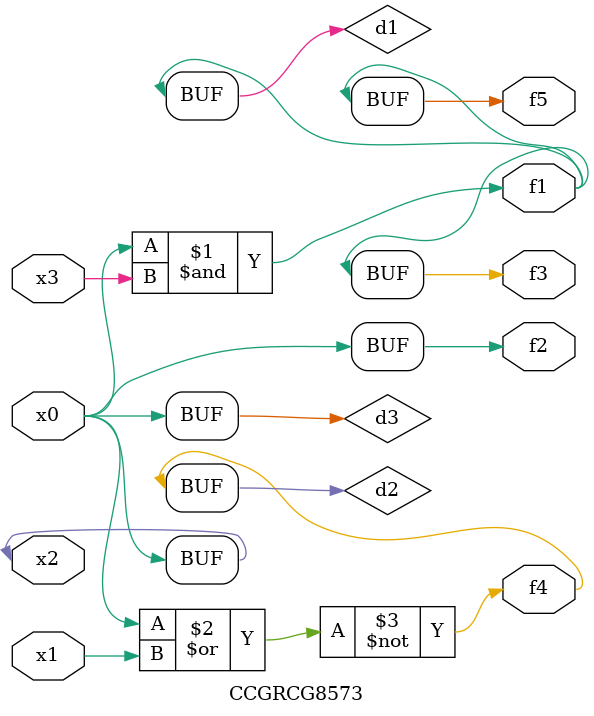
<source format=v>
module CCGRCG8573(
	input x0, x1, x2, x3,
	output f1, f2, f3, f4, f5
);

	wire d1, d2, d3;

	and (d1, x2, x3);
	nor (d2, x0, x1);
	buf (d3, x0, x2);
	assign f1 = d1;
	assign f2 = d3;
	assign f3 = d1;
	assign f4 = d2;
	assign f5 = d1;
endmodule

</source>
